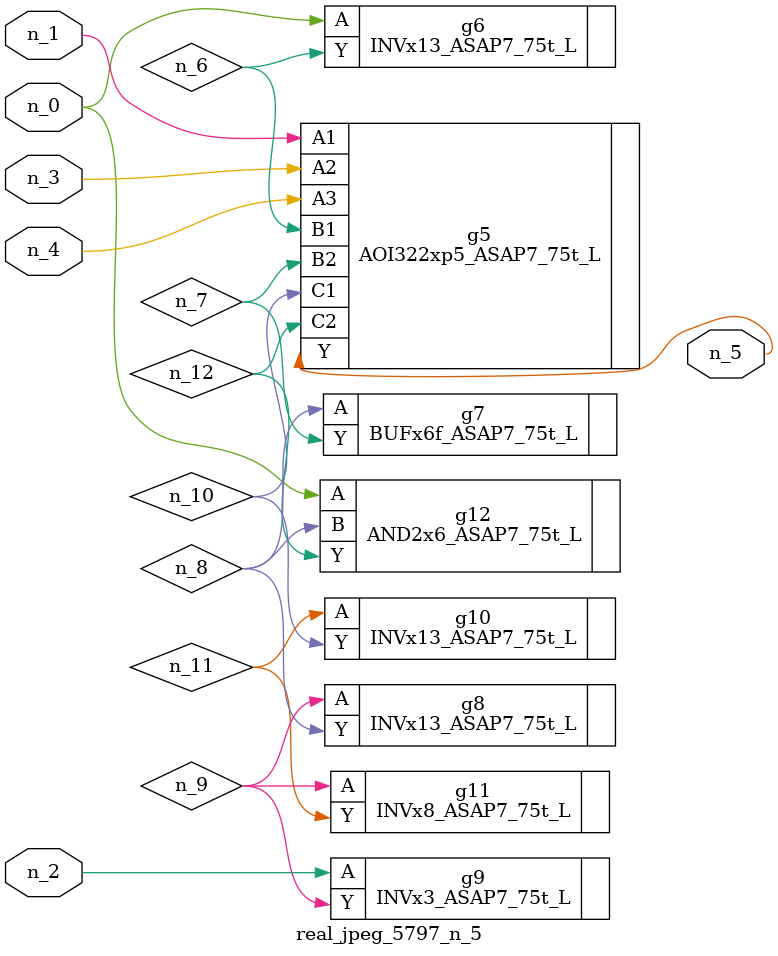
<source format=v>
module real_jpeg_5797_n_5 (n_4, n_0, n_1, n_2, n_3, n_5);

input n_4;
input n_0;
input n_1;
input n_2;
input n_3;

output n_5;

wire n_12;
wire n_8;
wire n_11;
wire n_6;
wire n_7;
wire n_10;
wire n_9;

INVx13_ASAP7_75t_L g6 ( 
.A(n_0),
.Y(n_6)
);

AND2x6_ASAP7_75t_L g12 ( 
.A(n_0),
.B(n_8),
.Y(n_12)
);

AOI322xp5_ASAP7_75t_L g5 ( 
.A1(n_1),
.A2(n_3),
.A3(n_4),
.B1(n_6),
.B2(n_7),
.C1(n_10),
.C2(n_12),
.Y(n_5)
);

INVx3_ASAP7_75t_L g9 ( 
.A(n_2),
.Y(n_9)
);

BUFx6f_ASAP7_75t_L g7 ( 
.A(n_8),
.Y(n_7)
);

INVx13_ASAP7_75t_L g8 ( 
.A(n_9),
.Y(n_8)
);

INVx8_ASAP7_75t_L g11 ( 
.A(n_9),
.Y(n_11)
);

INVx13_ASAP7_75t_L g10 ( 
.A(n_11),
.Y(n_10)
);


endmodule
</source>
